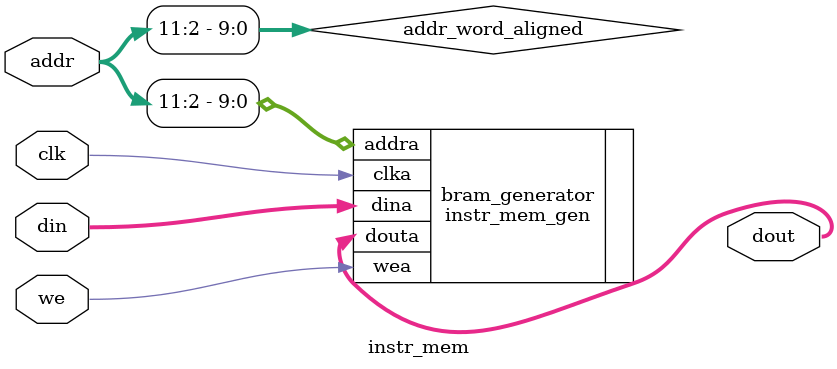
<source format=v>
module instr_mem #(
    parameter ADDRW = 10
) (
    input wire clk,
    input wire we,
    input wire [31:0] addr,
    input wire [31:0] din,
    output wire [31:0] dout
);

    wire [ADDRW-1:0] addr_word_aligned;
    assign addr_word_aligned = addr[ADDRW+1:2];  // 命令長は32バイト

    instr_mem_gen bram_generator(
        .clka(clk),
        .wea(we),
        .addra(addr_word_aligned),
        .dina(din),
        .douta(dout)
    );

endmodule
</source>
